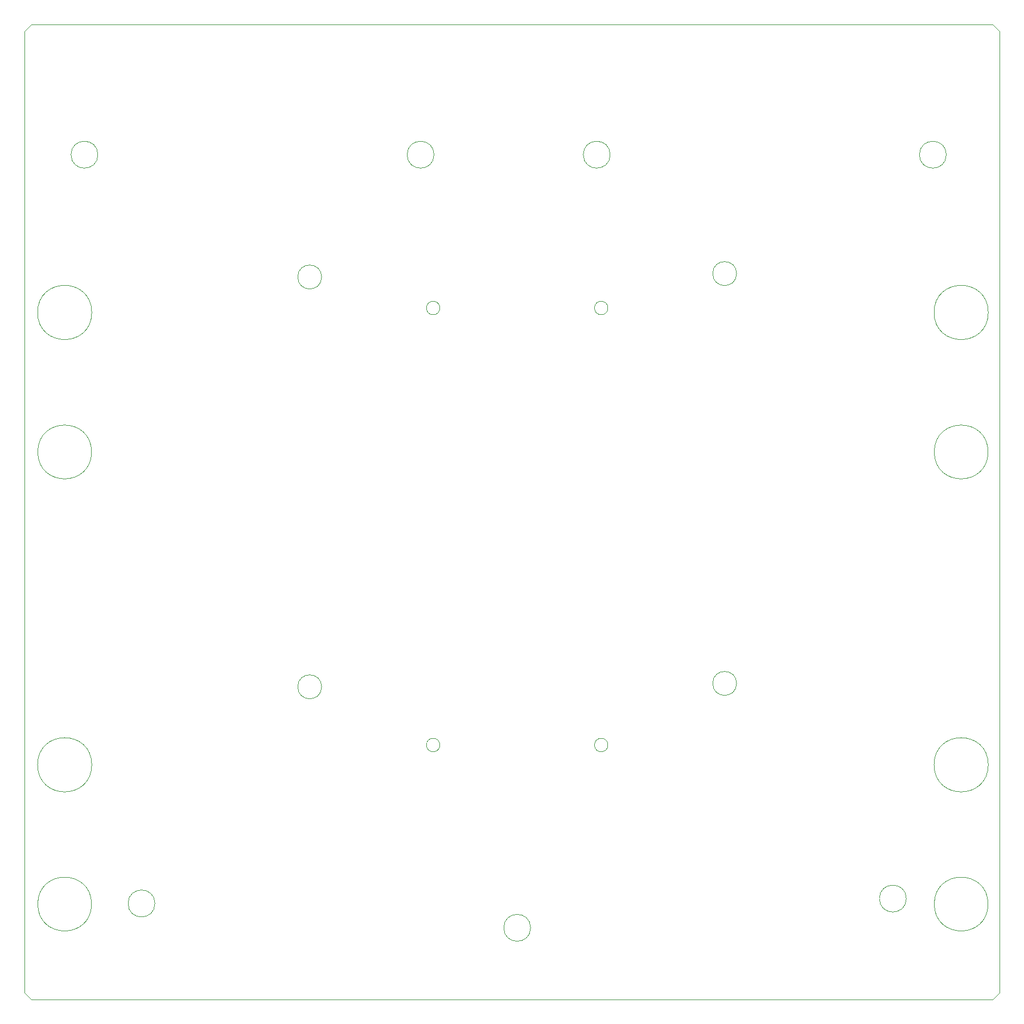
<source format=gbr>
%TF.GenerationSoftware,KiCad,Pcbnew,6.0.11+dfsg-1*%
%TF.CreationDate,2024-07-30T19:01:45+04:00*%
%TF.ProjectId,pwm,70776d2e-6b69-4636-9164-5f7063625858,rev?*%
%TF.SameCoordinates,PX14fb180PYa6e49c0*%
%TF.FileFunction,Other,User*%
%FSLAX46Y46*%
G04 Gerber Fmt 4.6, Leading zero omitted, Abs format (unit mm)*
G04 Created by KiCad (PCBNEW 6.0.11+dfsg-1) date 2024-07-30 19:01:45*
%MOMM*%
%LPD*%
G01*
G04 APERTURE LIST*
%TA.AperFunction,Profile*%
%ADD10C,0.100000*%
%TD*%
%ADD11C,0.050000*%
%TA.AperFunction,Profile*%
%ADD12C,0.120000*%
%TD*%
G04 APERTURE END LIST*
D10*
X19370000Y14250000D02*
G75*
G03*
X19370000Y14250000I-2000000J0D01*
G01*
X144000000Y145000000D02*
X1000000Y145000000D01*
X0Y144000000D02*
X0Y1000000D01*
X144000000Y145000000D02*
X145000000Y144000000D01*
X1000000Y145000000D02*
X0Y144000000D01*
X145000000Y1000000D02*
X145000000Y144000000D01*
X144000000Y0D02*
X145000000Y1000000D01*
X1000000Y0D02*
X144000000Y0D01*
X0Y1000000D02*
X1000000Y0D01*
D11*
%TO.C,REF\u002A\u002A*%
X143321129Y34878872D02*
G75*
G03*
X143321129Y34878872I-4031129J0D01*
G01*
X143290000Y14160000D02*
G75*
G03*
X143290000Y14160000I-4000000J0D01*
G01*
X143290000Y81410000D02*
G75*
G03*
X143290000Y81410000I-4000000J0D01*
G01*
X143321129Y102160000D02*
G75*
G03*
X143321129Y102160000I-4031129J0D01*
G01*
X9971129Y34878872D02*
G75*
G03*
X9971129Y34878872I-4031129J0D01*
G01*
X9940000Y14160000D02*
G75*
G03*
X9940000Y14160000I-4000000J0D01*
G01*
X9940000Y81410000D02*
G75*
G03*
X9940000Y81410000I-4000000J0D01*
G01*
X9971129Y102160000D02*
G75*
G03*
X9971129Y102160000I-4031129J0D01*
G01*
D12*
%TO.C,U1*%
X61750000Y37820000D02*
G75*
G03*
X61750000Y37820000I-1000000J0D01*
G01*
X61750000Y102820000D02*
G75*
G03*
X61750000Y102820000I-1000000J0D01*
G01*
X86750000Y37820000D02*
G75*
G03*
X86750000Y37820000I-1000000J0D01*
G01*
X86750000Y102820000D02*
G75*
G03*
X86750000Y102820000I-1000000J0D01*
G01*
%TO.C,REF\u002A\u002A*%
X137080000Y125630000D02*
G75*
G03*
X137080000Y125630000I-2000000J0D01*
G01*
X87080000Y125630000D02*
G75*
G03*
X87080000Y125630000I-2000000J0D01*
G01*
X10880000Y125630000D02*
G75*
G03*
X10880000Y125630000I-2000000J0D01*
G01*
X60880000Y125630000D02*
G75*
G03*
X60880000Y125630000I-2000000J0D01*
G01*
%TO.C,J3*%
X131130000Y14980000D02*
G75*
G03*
X131130000Y14980000I-2000000J0D01*
G01*
%TO.C,J2*%
X75250000Y10630000D02*
G75*
G03*
X75250000Y10630000I-2000000J0D01*
G01*
%TO.C,J1*%
X19370000Y14250000D02*
G75*
G03*
X19370000Y14250000I-2000000J0D01*
G01*
%TO.C,REF\u002A\u002A*%
X105889000Y46984000D02*
G75*
G03*
X105889000Y46984000I-1778000J0D01*
G01*
X105889000Y107944000D02*
G75*
G03*
X105889000Y107944000I-1778000J0D01*
G01*
X44167000Y46476000D02*
G75*
G03*
X44167000Y46476000I-1778000J0D01*
G01*
X44167000Y107436000D02*
G75*
G03*
X44167000Y107436000I-1778000J0D01*
G01*
%TD*%
M02*

</source>
